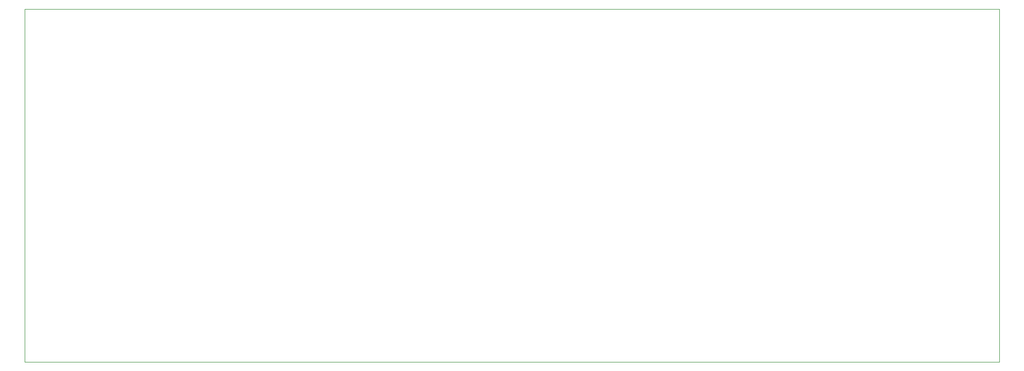
<source format=gbr>
G04 #@! TF.GenerationSoftware,KiCad,Pcbnew,(5.1.4)-1*
G04 #@! TF.CreationDate,2019-11-22T14:34:33-08:00*
G04 #@! TF.ProjectId,Type1 Termination Board v2 (UMPT_ TLH),54797065-3120-4546-9572-6d696e617469,rev?*
G04 #@! TF.SameCoordinates,Original*
G04 #@! TF.FileFunction,Profile,NP*
%FSLAX46Y46*%
G04 Gerber Fmt 4.6, Leading zero omitted, Abs format (unit mm)*
G04 Created by KiCad (PCBNEW (5.1.4)-1) date 2019-11-22 14:34:33*
%MOMM*%
%LPD*%
G04 APERTURE LIST*
%ADD10C,0.050000*%
G04 APERTURE END LIST*
D10*
X175900000Y-70700000D02*
X175900000Y-71500000D01*
X12100000Y-71500000D02*
X12100000Y-12100000D01*
X175900000Y-71500000D02*
X12100000Y-71500000D01*
X175900000Y-12100000D02*
X175900000Y-70700000D01*
X12100000Y-12100000D02*
X175900000Y-12100000D01*
M02*

</source>
